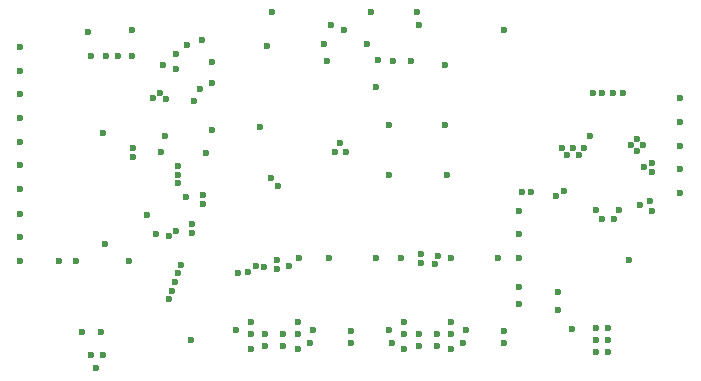
<source format=gbr>
G04 EAGLE Gerber RS-274X export*
G75*
%MOMM*%
%FSLAX34Y34*%
%LPD*%
%INVias*%
%IPPOS*%
%AMOC8*
5,1,8,0,0,1.08239X$1,22.5*%
G01*
%ADD10C,0.600000*%


D10*
X152047Y247000D03*
X189480Y101500D03*
X130640Y79360D03*
X120000Y135000D03*
X276000Y211500D03*
X414520Y307000D03*
X208000Y225000D03*
X281000Y204000D03*
X271500Y204000D03*
X136500Y274000D03*
X136500Y287500D03*
X76461Y126461D03*
X342571Y311679D03*
X158774Y298726D03*
X167500Y262500D03*
X99500Y307500D03*
X213615Y293615D03*
X522500Y210000D03*
X527500Y205000D03*
X532500Y210000D03*
X527500Y215000D03*
X382500Y53500D03*
X380000Y42500D03*
X370000Y37500D03*
X507500Y147500D03*
X497500Y147500D03*
X492500Y155000D03*
X477859Y201859D03*
X473000Y207230D03*
X467888Y201888D03*
X463388Y207388D03*
X252500Y53500D03*
X250000Y42500D03*
X240000Y37500D03*
X330000Y37500D03*
X320000Y42500D03*
X317500Y53500D03*
X187500Y53500D03*
X200000Y37500D03*
X415000Y52500D03*
X415000Y42500D03*
X285000Y52500D03*
X285000Y42500D03*
X365000Y227000D03*
X317000Y227000D03*
X145000Y166000D03*
X162000Y203000D03*
X317000Y185000D03*
X366000Y185000D03*
X112000Y151000D03*
X124000Y204000D03*
X62000Y306000D03*
X5000Y293000D03*
X5000Y273000D03*
X5000Y253000D03*
X5000Y233000D03*
X5000Y213000D03*
X5000Y193000D03*
X5000Y173000D03*
X5000Y152000D03*
X5000Y132000D03*
X5000Y112000D03*
X37500Y112000D03*
X52500Y112000D03*
X97500Y112000D03*
X241000Y114500D03*
X266000Y114500D03*
X306000Y114500D03*
X327000Y114500D03*
X369500Y114500D03*
X409500Y114500D03*
X265000Y281000D03*
X321000Y281000D03*
X336000Y281000D03*
X364500Y278000D03*
X427500Y75000D03*
X427500Y90000D03*
X427500Y154500D03*
X427500Y134500D03*
X427500Y114500D03*
X126000Y277500D03*
X564000Y249500D03*
X564000Y229500D03*
X564000Y209500D03*
X564000Y189500D03*
X564000Y169500D03*
X340883Y322500D03*
X302230Y322500D03*
X472500Y54500D03*
X460000Y70500D03*
X460000Y85500D03*
X100500Y207500D03*
X100500Y200000D03*
X127500Y217500D03*
X130569Y132653D03*
X145964Y295000D03*
X141226Y108774D03*
X136710Y137500D03*
X262500Y295730D03*
X128774Y248726D03*
X138581Y101504D03*
X223000Y175000D03*
X217500Y182500D03*
X160000Y160000D03*
X160000Y167500D03*
X540000Y195000D03*
X540000Y187000D03*
X533000Y191000D03*
X465149Y171230D03*
X437641Y170141D03*
X497893Y254030D03*
X515000Y254030D03*
X458868Y167230D03*
X429500Y170500D03*
X490000Y254030D03*
X507107Y254030D03*
X279000Y307230D03*
X298270Y295500D03*
X482500Y207500D03*
X487770Y217790D03*
X520000Y112500D03*
X492500Y55000D03*
X502500Y55000D03*
X492500Y45000D03*
X502500Y45000D03*
X492500Y35000D03*
X502500Y35000D03*
X65000Y32500D03*
X75000Y32500D03*
X99730Y285000D03*
X87500Y285000D03*
X77500Y285000D03*
X65000Y285000D03*
X512230Y155000D03*
X308042Y282000D03*
X305814Y259150D03*
X138350Y192500D03*
X167500Y280000D03*
X157347Y257770D03*
X138350Y177500D03*
X167500Y222500D03*
X75000Y220000D03*
X138350Y185000D03*
X150000Y45000D03*
X222230Y105000D03*
X211690Y106643D03*
X355973Y108987D03*
X344730Y110000D03*
X344730Y118051D03*
X358743Y116257D03*
X133163Y86837D03*
X150770Y143176D03*
X135936Y94234D03*
X150770Y135723D03*
X204420Y107770D03*
X222230Y112500D03*
X197960Y102500D03*
X232770Y107500D03*
X117770Y249449D03*
X123633Y253867D03*
X218500Y322500D03*
X357500Y50000D03*
X357500Y40000D03*
X370020Y60000D03*
X370020Y50000D03*
X329980Y60000D03*
X329980Y50000D03*
X342500Y50000D03*
X342500Y40000D03*
X227500Y50000D03*
X227500Y40000D03*
X240020Y60000D03*
X240020Y50000D03*
X199980Y60000D03*
X199980Y50000D03*
X212500Y50000D03*
X212500Y40000D03*
X56960Y52000D03*
X69080Y20920D03*
X73230Y52000D03*
X530000Y159000D03*
X538000Y163000D03*
X540000Y154000D03*
X268500Y312000D03*
M02*

</source>
